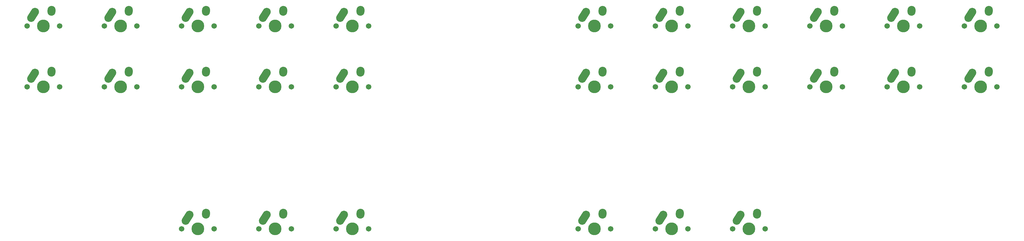
<source format=gbr>
G04 #@! TF.GenerationSoftware,KiCad,Pcbnew,7.0.11*
G04 #@! TF.CreationDate,2024-06-12T14:29:07-04:00*
G04 #@! TF.ProjectId,StenoBoard,5374656e-6f42-46f6-9172-642e6b696361,rev?*
G04 #@! TF.SameCoordinates,Original*
G04 #@! TF.FileFunction,Soldermask,Top*
G04 #@! TF.FilePolarity,Negative*
%FSLAX46Y46*%
G04 Gerber Fmt 4.6, Leading zero omitted, Abs format (unit mm)*
G04 Created by KiCad (PCBNEW 7.0.11) date 2024-06-12 14:29:07*
%MOMM*%
%LPD*%
G01*
G04 APERTURE LIST*
G04 Aperture macros list*
%AMHorizOval*
0 Thick line with rounded ends*
0 $1 width*
0 $2 $3 position (X,Y) of the first rounded end (center of the circle)*
0 $4 $5 position (X,Y) of the second rounded end (center of the circle)*
0 Add line between two ends*
20,1,$1,$2,$3,$4,$5,0*
0 Add two circle primitives to create the rounded ends*
1,1,$1,$2,$3*
1,1,$1,$4,$5*%
G04 Aperture macros list end*
%ADD10C,1.701800*%
%ADD11C,3.987800*%
%ADD12HorizOval,2.500000X-0.604462X-0.948815X0.604462X0.948815X0*%
%ADD13HorizOval,2.500000X-0.019724X-0.289328X0.019724X0.289328X0*%
G04 APERTURE END LIST*
D10*
X249000000Y-100040000D03*
D11*
X254080000Y-100040000D03*
D10*
X259160000Y-100040000D03*
D12*
X250825000Y-96520000D03*
D13*
X256600000Y-95250000D03*
D10*
X52705000Y-119090000D03*
D11*
X57785000Y-119090000D03*
D10*
X62865000Y-119090000D03*
D12*
X54530000Y-115570000D03*
D13*
X60305000Y-114300000D03*
D10*
X224870000Y-163540000D03*
D11*
X229950000Y-163540000D03*
D10*
X235030000Y-163540000D03*
D12*
X226695000Y-160020000D03*
D13*
X232470000Y-158750000D03*
D10*
X345520000Y-119090000D03*
D11*
X350600000Y-119090000D03*
D10*
X355680000Y-119090000D03*
D12*
X347345000Y-115570000D03*
D13*
X353120000Y-114300000D03*
D10*
X297260000Y-100040000D03*
D11*
X302340000Y-100040000D03*
D10*
X307420000Y-100040000D03*
D12*
X299085000Y-96520000D03*
D13*
X304860000Y-95250000D03*
D10*
X249000000Y-163540000D03*
D11*
X254080000Y-163540000D03*
D10*
X259160000Y-163540000D03*
D12*
X250825000Y-160020000D03*
D13*
X256600000Y-158750000D03*
D10*
X321390000Y-100040000D03*
D11*
X326470000Y-100040000D03*
D10*
X331550000Y-100040000D03*
D12*
X323215000Y-96520000D03*
D13*
X328990000Y-95250000D03*
D10*
X125095000Y-100040000D03*
D11*
X130175000Y-100040000D03*
D10*
X135255000Y-100040000D03*
D12*
X126920000Y-96520000D03*
D13*
X132695000Y-95250000D03*
D10*
X249000000Y-119090000D03*
D11*
X254080000Y-119090000D03*
D10*
X259160000Y-119090000D03*
D12*
X250825000Y-115570000D03*
D13*
X256600000Y-114300000D03*
D10*
X100965000Y-119090000D03*
D11*
X106045000Y-119090000D03*
D10*
X111125000Y-119090000D03*
D12*
X102790000Y-115570000D03*
D13*
X108565000Y-114300000D03*
D10*
X125095000Y-163540000D03*
D11*
X130175000Y-163540000D03*
D10*
X135255000Y-163540000D03*
D12*
X126920000Y-160020000D03*
D13*
X132695000Y-158750000D03*
D10*
X100965000Y-100040000D03*
D11*
X106045000Y-100040000D03*
D10*
X111125000Y-100040000D03*
D12*
X102790000Y-96520000D03*
D13*
X108565000Y-95250000D03*
D10*
X273130000Y-119090000D03*
D11*
X278210000Y-119090000D03*
D10*
X283290000Y-119090000D03*
D12*
X274955000Y-115570000D03*
D13*
X280730000Y-114300000D03*
D10*
X52705000Y-100040000D03*
D11*
X57785000Y-100040000D03*
D10*
X62865000Y-100040000D03*
D12*
X54530000Y-96520000D03*
D13*
X60305000Y-95250000D03*
D10*
X224870000Y-119090000D03*
D11*
X229950000Y-119090000D03*
D10*
X235030000Y-119090000D03*
D12*
X226695000Y-115570000D03*
D13*
X232470000Y-114300000D03*
D10*
X321390000Y-119090000D03*
D11*
X326470000Y-119090000D03*
D10*
X331550000Y-119090000D03*
D12*
X323215000Y-115570000D03*
D13*
X328990000Y-114300000D03*
D10*
X345520000Y-100040000D03*
D11*
X350600000Y-100040000D03*
D10*
X355680000Y-100040000D03*
D12*
X347345000Y-96520000D03*
D13*
X353120000Y-95250000D03*
D10*
X297260000Y-119090000D03*
D11*
X302340000Y-119090000D03*
D10*
X307420000Y-119090000D03*
D12*
X299085000Y-115570000D03*
D13*
X304860000Y-114300000D03*
D10*
X149225000Y-100040000D03*
D11*
X154305000Y-100040000D03*
D10*
X159385000Y-100040000D03*
D12*
X151050000Y-96520000D03*
D13*
X156825000Y-95250000D03*
D10*
X125095000Y-119090000D03*
D11*
X130175000Y-119090000D03*
D10*
X135255000Y-119090000D03*
D12*
X126920000Y-115570000D03*
D13*
X132695000Y-114300000D03*
D10*
X76835000Y-119090000D03*
D11*
X81915000Y-119090000D03*
D10*
X86995000Y-119090000D03*
D12*
X78660000Y-115570000D03*
D13*
X84435000Y-114300000D03*
D10*
X76835000Y-100040000D03*
D11*
X81915000Y-100040000D03*
D10*
X86995000Y-100040000D03*
D12*
X78660000Y-96520000D03*
D13*
X84435000Y-95250000D03*
D10*
X149225000Y-163540000D03*
D11*
X154305000Y-163540000D03*
D10*
X159385000Y-163540000D03*
D12*
X151050000Y-160020000D03*
D13*
X156825000Y-158750000D03*
D10*
X224870000Y-100040000D03*
D11*
X229950000Y-100040000D03*
D10*
X235030000Y-100040000D03*
D12*
X226695000Y-96520000D03*
D13*
X232470000Y-95250000D03*
D10*
X100965000Y-163540000D03*
D11*
X106045000Y-163540000D03*
D10*
X111125000Y-163540000D03*
D12*
X102790000Y-160020000D03*
D13*
X108565000Y-158750000D03*
D10*
X273130000Y-100040000D03*
D11*
X278210000Y-100040000D03*
D10*
X283290000Y-100040000D03*
D12*
X274955000Y-96520000D03*
D13*
X280730000Y-95250000D03*
D10*
X273130000Y-163540000D03*
D11*
X278210000Y-163540000D03*
D10*
X283290000Y-163540000D03*
D12*
X274955000Y-160020000D03*
D13*
X280730000Y-158750000D03*
D10*
X149225000Y-119090000D03*
D11*
X154305000Y-119090000D03*
D10*
X159385000Y-119090000D03*
D12*
X151050000Y-115570000D03*
D13*
X156825000Y-114300000D03*
M02*

</source>
